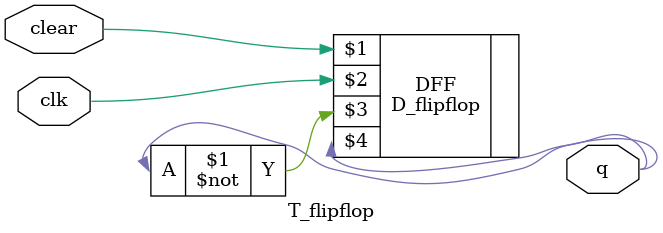
<source format=v>
`timescale 1ns / 1ps


module T_flipflop(
    input clk,
    input clear,
    output q
    );
    D_flipflop DFF(clear,clk,~q,q, );
    
endmodule

</source>
